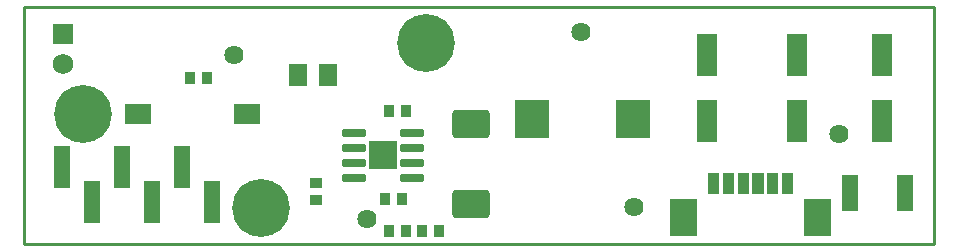
<source format=gts>
G04*
G04 #@! TF.GenerationSoftware,Altium Limited,Altium Designer,21.8.1 (53)*
G04*
G04 Layer_Color=8388736*
%FSLAX44Y44*%
%MOMM*%
G71*
G04*
G04 #@! TF.SameCoordinates,FBE6A57E-38F0-4EBD-B617-FC09060C68E2*
G04*
G04*
G04 #@! TF.FilePolarity,Negative*
G04*
G01*
G75*
%ADD15C,0.2540*%
%ADD21R,1.4000X3.0500*%
%ADD28R,2.9210X3.2512*%
%ADD30R,0.9016X1.0016*%
%ADD31R,1.3716X3.5316*%
%ADD32R,2.3016X1.7016*%
%ADD33R,2.2816X1.7016*%
%ADD34R,1.7016X3.6016*%
%ADD35R,1.5016X1.9016*%
%ADD36R,2.3916X2.3916*%
G04:AMPARAMS|DCode=37|XSize=2.0716mm|YSize=0.7016mm|CornerRadius=0.1258mm|HoleSize=0mm|Usage=FLASHONLY|Rotation=0.000|XOffset=0mm|YOffset=0mm|HoleType=Round|Shape=RoundedRectangle|*
%AMROUNDEDRECTD37*
21,1,2.0716,0.4500,0,0,0.0*
21,1,1.8200,0.7016,0,0,0.0*
1,1,0.2516,0.9100,-0.2250*
1,1,0.2516,-0.9100,-0.2250*
1,1,0.2516,-0.9100,0.2250*
1,1,0.2516,0.9100,0.2250*
%
%ADD37ROUNDEDRECTD37*%
%ADD38R,1.0016X0.9016*%
G04:AMPARAMS|DCode=39|XSize=2.4316mm|YSize=3.1716mm|CornerRadius=0.3421mm|HoleSize=0mm|Usage=FLASHONLY|Rotation=90.000|XOffset=0mm|YOffset=0mm|HoleType=Round|Shape=RoundedRectangle|*
%AMROUNDEDRECTD39*
21,1,2.4316,2.4875,0,0,90.0*
21,1,1.7475,3.1716,0,0,90.0*
1,1,0.6841,1.2437,0.8738*
1,1,0.6841,1.2437,-0.8738*
1,1,0.6841,-1.2437,-0.8738*
1,1,0.6841,-1.2437,0.8738*
%
%ADD39ROUNDEDRECTD39*%
%ADD40C,4.9016*%
%ADD41C,1.6256*%
%ADD42R,1.7516X1.7516*%
%ADD43C,1.7516*%
G36*
X569512Y6238D02*
X546988D01*
Y37762D01*
X569512D01*
Y6238D01*
D02*
G37*
G36*
X588512Y42238D02*
X578988D01*
Y59762D01*
X588512D01*
Y42238D01*
D02*
G37*
G36*
X601012D02*
X591488D01*
Y59762D01*
X601012D01*
Y42238D01*
D02*
G37*
G36*
X613512D02*
X603988D01*
Y59762D01*
X613512D01*
Y42238D01*
D02*
G37*
G36*
X626012D02*
X616488D01*
Y59762D01*
X626012D01*
Y42238D01*
D02*
G37*
G36*
X638512D02*
X628988D01*
Y59762D01*
X638512D01*
Y42238D01*
D02*
G37*
G36*
X683012Y6238D02*
X660488D01*
Y37762D01*
X683012D01*
Y6238D01*
D02*
G37*
G36*
X651012Y42238D02*
X641488D01*
Y59762D01*
X651012D01*
Y42238D01*
D02*
G37*
D15*
X0Y0D02*
X770000D01*
X0Y200000D02*
X770000D01*
Y0D02*
Y200000D01*
X0Y0D02*
Y200000D01*
D21*
X746000Y42500D02*
D03*
X699000D02*
D03*
D28*
X430000Y105000D02*
D03*
X515598D02*
D03*
D30*
X323000Y11000D02*
D03*
X309000D02*
D03*
X351000D02*
D03*
X337000D02*
D03*
X309000Y112000D02*
D03*
X323000D02*
D03*
X154500Y140000D02*
D03*
X140500D02*
D03*
X305500Y37500D02*
D03*
X319500D02*
D03*
D31*
X31500Y64600D02*
D03*
X56900Y35400D02*
D03*
X82300Y64600D02*
D03*
X107700Y35400D02*
D03*
X133100Y64600D02*
D03*
X158500Y35400D02*
D03*
D32*
X96550Y110000D02*
D03*
D33*
X188450D02*
D03*
D34*
X726000Y160000D02*
D03*
Y104000D02*
D03*
X654000Y160000D02*
D03*
Y104000D02*
D03*
X578000Y160000D02*
D03*
Y104000D02*
D03*
D35*
X231500Y142500D02*
D03*
X257500D02*
D03*
D36*
X303696Y74782D02*
D03*
D37*
X328446Y93832D02*
D03*
Y81132D02*
D03*
Y68432D02*
D03*
Y55732D02*
D03*
X278946D02*
D03*
Y68432D02*
D03*
Y81132D02*
D03*
Y93832D02*
D03*
D38*
X247000Y37000D02*
D03*
Y51000D02*
D03*
D39*
X378000Y101000D02*
D03*
Y33700D02*
D03*
D40*
X200000Y30000D02*
D03*
X50000Y110000D02*
D03*
X340000Y170000D02*
D03*
D41*
X690000Y92500D02*
D03*
X177754Y160000D02*
D03*
X290254Y21000D02*
D03*
X516254Y31000D02*
D03*
X471000Y179000D02*
D03*
D42*
X32500Y177700D02*
D03*
D43*
Y152300D02*
D03*
M02*

</source>
